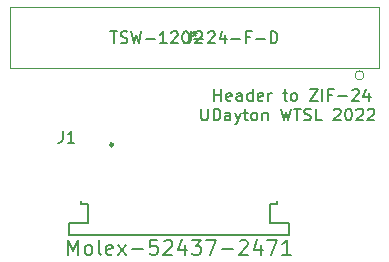
<source format=gbr>
%TF.GenerationSoftware,KiCad,Pcbnew,(5.1.12)-1*%
%TF.CreationDate,2022-06-15T15:33:43-04:00*%
%TF.ProjectId,Header_to_ZIF,48656164-6572-45f7-946f-5f5a49462e6b,rev?*%
%TF.SameCoordinates,Original*%
%TF.FileFunction,Legend,Top*%
%TF.FilePolarity,Positive*%
%FSLAX46Y46*%
G04 Gerber Fmt 4.6, Leading zero omitted, Abs format (unit mm)*
G04 Created by KiCad (PCBNEW (5.1.12)-1) date 2022-06-15 15:33:43*
%MOMM*%
%LPD*%
G01*
G04 APERTURE LIST*
%ADD10C,0.150000*%
%ADD11C,0.249999*%
%ADD12C,0.120000*%
G04 APERTURE END LIST*
D10*
X123603571Y-114562380D02*
X123603571Y-113562380D01*
X123603571Y-114038571D02*
X124175000Y-114038571D01*
X124175000Y-114562380D02*
X124175000Y-113562380D01*
X125032142Y-114514761D02*
X124936904Y-114562380D01*
X124746428Y-114562380D01*
X124651190Y-114514761D01*
X124603571Y-114419523D01*
X124603571Y-114038571D01*
X124651190Y-113943333D01*
X124746428Y-113895714D01*
X124936904Y-113895714D01*
X125032142Y-113943333D01*
X125079761Y-114038571D01*
X125079761Y-114133809D01*
X124603571Y-114229047D01*
X125936904Y-114562380D02*
X125936904Y-114038571D01*
X125889285Y-113943333D01*
X125794047Y-113895714D01*
X125603571Y-113895714D01*
X125508333Y-113943333D01*
X125936904Y-114514761D02*
X125841666Y-114562380D01*
X125603571Y-114562380D01*
X125508333Y-114514761D01*
X125460714Y-114419523D01*
X125460714Y-114324285D01*
X125508333Y-114229047D01*
X125603571Y-114181428D01*
X125841666Y-114181428D01*
X125936904Y-114133809D01*
X126841666Y-114562380D02*
X126841666Y-113562380D01*
X126841666Y-114514761D02*
X126746428Y-114562380D01*
X126555952Y-114562380D01*
X126460714Y-114514761D01*
X126413095Y-114467142D01*
X126365476Y-114371904D01*
X126365476Y-114086190D01*
X126413095Y-113990952D01*
X126460714Y-113943333D01*
X126555952Y-113895714D01*
X126746428Y-113895714D01*
X126841666Y-113943333D01*
X127698809Y-114514761D02*
X127603571Y-114562380D01*
X127413095Y-114562380D01*
X127317857Y-114514761D01*
X127270238Y-114419523D01*
X127270238Y-114038571D01*
X127317857Y-113943333D01*
X127413095Y-113895714D01*
X127603571Y-113895714D01*
X127698809Y-113943333D01*
X127746428Y-114038571D01*
X127746428Y-114133809D01*
X127270238Y-114229047D01*
X128175000Y-114562380D02*
X128175000Y-113895714D01*
X128175000Y-114086190D02*
X128222619Y-113990952D01*
X128270238Y-113943333D01*
X128365476Y-113895714D01*
X128460714Y-113895714D01*
X129413095Y-113895714D02*
X129794047Y-113895714D01*
X129555952Y-113562380D02*
X129555952Y-114419523D01*
X129603571Y-114514761D01*
X129698809Y-114562380D01*
X129794047Y-114562380D01*
X130270238Y-114562380D02*
X130175000Y-114514761D01*
X130127380Y-114467142D01*
X130079761Y-114371904D01*
X130079761Y-114086190D01*
X130127380Y-113990952D01*
X130175000Y-113943333D01*
X130270238Y-113895714D01*
X130413095Y-113895714D01*
X130508333Y-113943333D01*
X130555952Y-113990952D01*
X130603571Y-114086190D01*
X130603571Y-114371904D01*
X130555952Y-114467142D01*
X130508333Y-114514761D01*
X130413095Y-114562380D01*
X130270238Y-114562380D01*
X131698809Y-113562380D02*
X132365476Y-113562380D01*
X131698809Y-114562380D01*
X132365476Y-114562380D01*
X132746428Y-114562380D02*
X132746428Y-113562380D01*
X133555952Y-114038571D02*
X133222619Y-114038571D01*
X133222619Y-114562380D02*
X133222619Y-113562380D01*
X133698809Y-113562380D01*
X134079761Y-114181428D02*
X134841666Y-114181428D01*
X135270238Y-113657619D02*
X135317857Y-113610000D01*
X135413095Y-113562380D01*
X135651190Y-113562380D01*
X135746428Y-113610000D01*
X135794047Y-113657619D01*
X135841666Y-113752857D01*
X135841666Y-113848095D01*
X135794047Y-113990952D01*
X135222619Y-114562380D01*
X135841666Y-114562380D01*
X136698809Y-113895714D02*
X136698809Y-114562380D01*
X136460714Y-113514761D02*
X136222619Y-114229047D01*
X136841666Y-114229047D01*
X122484523Y-115212380D02*
X122484523Y-116021904D01*
X122532142Y-116117142D01*
X122579761Y-116164761D01*
X122675000Y-116212380D01*
X122865476Y-116212380D01*
X122960714Y-116164761D01*
X123008333Y-116117142D01*
X123055952Y-116021904D01*
X123055952Y-115212380D01*
X123532142Y-116212380D02*
X123532142Y-115212380D01*
X123770238Y-115212380D01*
X123913095Y-115260000D01*
X124008333Y-115355238D01*
X124055952Y-115450476D01*
X124103571Y-115640952D01*
X124103571Y-115783809D01*
X124055952Y-115974285D01*
X124008333Y-116069523D01*
X123913095Y-116164761D01*
X123770238Y-116212380D01*
X123532142Y-116212380D01*
X124960714Y-116212380D02*
X124960714Y-115688571D01*
X124913095Y-115593333D01*
X124817857Y-115545714D01*
X124627380Y-115545714D01*
X124532142Y-115593333D01*
X124960714Y-116164761D02*
X124865476Y-116212380D01*
X124627380Y-116212380D01*
X124532142Y-116164761D01*
X124484523Y-116069523D01*
X124484523Y-115974285D01*
X124532142Y-115879047D01*
X124627380Y-115831428D01*
X124865476Y-115831428D01*
X124960714Y-115783809D01*
X125341666Y-115545714D02*
X125579761Y-116212380D01*
X125817857Y-115545714D02*
X125579761Y-116212380D01*
X125484523Y-116450476D01*
X125436904Y-116498095D01*
X125341666Y-116545714D01*
X126055952Y-115545714D02*
X126436904Y-115545714D01*
X126198809Y-115212380D02*
X126198809Y-116069523D01*
X126246428Y-116164761D01*
X126341666Y-116212380D01*
X126436904Y-116212380D01*
X126913095Y-116212380D02*
X126817857Y-116164761D01*
X126770238Y-116117142D01*
X126722619Y-116021904D01*
X126722619Y-115736190D01*
X126770238Y-115640952D01*
X126817857Y-115593333D01*
X126913095Y-115545714D01*
X127055952Y-115545714D01*
X127151190Y-115593333D01*
X127198809Y-115640952D01*
X127246428Y-115736190D01*
X127246428Y-116021904D01*
X127198809Y-116117142D01*
X127151190Y-116164761D01*
X127055952Y-116212380D01*
X126913095Y-116212380D01*
X127675000Y-115545714D02*
X127675000Y-116212380D01*
X127675000Y-115640952D02*
X127722619Y-115593333D01*
X127817857Y-115545714D01*
X127960714Y-115545714D01*
X128055952Y-115593333D01*
X128103571Y-115688571D01*
X128103571Y-116212380D01*
X129246428Y-115212380D02*
X129484523Y-116212380D01*
X129675000Y-115498095D01*
X129865476Y-116212380D01*
X130103571Y-115212380D01*
X130341666Y-115212380D02*
X130913095Y-115212380D01*
X130627380Y-116212380D02*
X130627380Y-115212380D01*
X131198809Y-116164761D02*
X131341666Y-116212380D01*
X131579761Y-116212380D01*
X131675000Y-116164761D01*
X131722619Y-116117142D01*
X131770238Y-116021904D01*
X131770238Y-115926666D01*
X131722619Y-115831428D01*
X131675000Y-115783809D01*
X131579761Y-115736190D01*
X131389285Y-115688571D01*
X131294047Y-115640952D01*
X131246428Y-115593333D01*
X131198809Y-115498095D01*
X131198809Y-115402857D01*
X131246428Y-115307619D01*
X131294047Y-115260000D01*
X131389285Y-115212380D01*
X131627380Y-115212380D01*
X131770238Y-115260000D01*
X132675000Y-116212380D02*
X132198809Y-116212380D01*
X132198809Y-115212380D01*
X133722619Y-115307619D02*
X133770238Y-115260000D01*
X133865476Y-115212380D01*
X134103571Y-115212380D01*
X134198809Y-115260000D01*
X134246428Y-115307619D01*
X134294047Y-115402857D01*
X134294047Y-115498095D01*
X134246428Y-115640952D01*
X133675000Y-116212380D01*
X134294047Y-116212380D01*
X134913095Y-115212380D02*
X135008333Y-115212380D01*
X135103571Y-115260000D01*
X135151190Y-115307619D01*
X135198809Y-115402857D01*
X135246428Y-115593333D01*
X135246428Y-115831428D01*
X135198809Y-116021904D01*
X135151190Y-116117142D01*
X135103571Y-116164761D01*
X135008333Y-116212380D01*
X134913095Y-116212380D01*
X134817857Y-116164761D01*
X134770238Y-116117142D01*
X134722619Y-116021904D01*
X134675000Y-115831428D01*
X134675000Y-115593333D01*
X134722619Y-115402857D01*
X134770238Y-115307619D01*
X134817857Y-115260000D01*
X134913095Y-115212380D01*
X135627380Y-115307619D02*
X135675000Y-115260000D01*
X135770238Y-115212380D01*
X136008333Y-115212380D01*
X136103571Y-115260000D01*
X136151190Y-115307619D01*
X136198809Y-115402857D01*
X136198809Y-115498095D01*
X136151190Y-115640952D01*
X135579761Y-116212380D01*
X136198809Y-116212380D01*
X136579761Y-115307619D02*
X136627380Y-115260000D01*
X136722619Y-115212380D01*
X136960714Y-115212380D01*
X137055952Y-115260000D01*
X137103571Y-115307619D01*
X137151190Y-115402857D01*
X137151190Y-115498095D01*
X137103571Y-115640952D01*
X136532142Y-116212380D01*
X137151190Y-116212380D01*
%TO.C,J1*%
X128304733Y-124920002D02*
X128304733Y-123320262D01*
X128304733Y-124920002D02*
X129924958Y-124920002D01*
X129924958Y-124920002D02*
X129924976Y-124920020D01*
X129924976Y-125920020D02*
X129924976Y-124920020D01*
X111325018Y-125920020D02*
X129924976Y-125920020D01*
X111325018Y-125920020D02*
X111325018Y-124919951D01*
X111325018Y-124919951D02*
X111325176Y-124919794D01*
X111325176Y-124919794D02*
X112944497Y-124919794D01*
X112944497Y-124919794D02*
X112944497Y-123320259D01*
X112324247Y-123320259D02*
X112944497Y-123320259D01*
X112324247Y-123320259D02*
X112324247Y-123070003D01*
X128924996Y-123320259D02*
X128924996Y-123070003D01*
X128304730Y-123320259D02*
X128924996Y-123320259D01*
D11*
X114999999Y-118270002D02*
G75*
G03*
X114999999Y-118270002I-125001J0D01*
G01*
D12*
%TO.C,J2*%
X106299000Y-111810800D02*
X137541000Y-111810800D01*
X137541000Y-111810800D02*
X137541000Y-106603800D01*
X137541000Y-106603800D02*
X106299000Y-106603800D01*
X106299000Y-106603800D02*
X106299000Y-111810800D01*
X136271000Y-112395000D02*
G75*
G03*
X136271000Y-112395000I-381000J0D01*
G01*
%TO.C,J1*%
D10*
X110746310Y-117097381D02*
X110746310Y-117811667D01*
X110698691Y-117954524D01*
X110603453Y-118049762D01*
X110460596Y-118097381D01*
X110365358Y-118097381D01*
X111746310Y-118097381D02*
X111174881Y-118097381D01*
X111460596Y-118097381D02*
X111460596Y-117097381D01*
X111365358Y-117240239D01*
X111270120Y-117335477D01*
X111174881Y-117383096D01*
X111221198Y-127594527D02*
X111221198Y-126324527D01*
X111644531Y-127231670D01*
X112067865Y-126324527D01*
X112067865Y-127594527D01*
X112854055Y-127594527D02*
X112733103Y-127534051D01*
X112672626Y-127473575D01*
X112612150Y-127352623D01*
X112612150Y-126989765D01*
X112672626Y-126868813D01*
X112733103Y-126808337D01*
X112854055Y-126747861D01*
X113035484Y-126747861D01*
X113156436Y-126808337D01*
X113216912Y-126868813D01*
X113277388Y-126989765D01*
X113277388Y-127352623D01*
X113216912Y-127473575D01*
X113156436Y-127534051D01*
X113035484Y-127594527D01*
X112854055Y-127594527D01*
X114003103Y-127594527D02*
X113882150Y-127534051D01*
X113821674Y-127413099D01*
X113821674Y-126324527D01*
X114970722Y-127534051D02*
X114849769Y-127594527D01*
X114607865Y-127594527D01*
X114486912Y-127534051D01*
X114426436Y-127413099D01*
X114426436Y-126929289D01*
X114486912Y-126808337D01*
X114607865Y-126747861D01*
X114849769Y-126747861D01*
X114970722Y-126808337D01*
X115031198Y-126929289D01*
X115031198Y-127050242D01*
X114426436Y-127171194D01*
X115454531Y-127594527D02*
X116119769Y-126747861D01*
X115454531Y-126747861D02*
X116119769Y-127594527D01*
X116603579Y-127110718D02*
X117571198Y-127110718D01*
X118780722Y-126324527D02*
X118175960Y-126324527D01*
X118115484Y-126929289D01*
X118175960Y-126868813D01*
X118296912Y-126808337D01*
X118599293Y-126808337D01*
X118720246Y-126868813D01*
X118780722Y-126929289D01*
X118841198Y-127050242D01*
X118841198Y-127352623D01*
X118780722Y-127473575D01*
X118720246Y-127534051D01*
X118599293Y-127594527D01*
X118296912Y-127594527D01*
X118175960Y-127534051D01*
X118115484Y-127473575D01*
X119325007Y-126445480D02*
X119385484Y-126385004D01*
X119506436Y-126324527D01*
X119808817Y-126324527D01*
X119929769Y-126385004D01*
X119990246Y-126445480D01*
X120050722Y-126566432D01*
X120050722Y-126687384D01*
X119990246Y-126868813D01*
X119264531Y-127594527D01*
X120050722Y-127594527D01*
X121139293Y-126747861D02*
X121139293Y-127594527D01*
X120836912Y-126264051D02*
X120534531Y-127171194D01*
X121320722Y-127171194D01*
X121683579Y-126324527D02*
X122469769Y-126324527D01*
X122046436Y-126808337D01*
X122227865Y-126808337D01*
X122348817Y-126868813D01*
X122409293Y-126929289D01*
X122469769Y-127050242D01*
X122469769Y-127352623D01*
X122409293Y-127473575D01*
X122348817Y-127534051D01*
X122227865Y-127594527D01*
X121865007Y-127594527D01*
X121744055Y-127534051D01*
X121683579Y-127473575D01*
X122893103Y-126324527D02*
X123739769Y-126324527D01*
X123195484Y-127594527D01*
X124223579Y-127110718D02*
X125191198Y-127110718D01*
X125735484Y-126445480D02*
X125795960Y-126385004D01*
X125916912Y-126324527D01*
X126219293Y-126324527D01*
X126340246Y-126385004D01*
X126400722Y-126445480D01*
X126461198Y-126566432D01*
X126461198Y-126687384D01*
X126400722Y-126868813D01*
X125675007Y-127594527D01*
X126461198Y-127594527D01*
X127549769Y-126747861D02*
X127549769Y-127594527D01*
X127247388Y-126264051D02*
X126945007Y-127171194D01*
X127731198Y-127171194D01*
X128094055Y-126324527D02*
X128940722Y-126324527D01*
X128396436Y-127594527D01*
X130089769Y-127594527D02*
X129364055Y-127594527D01*
X129726912Y-127594527D02*
X129726912Y-126324527D01*
X129605960Y-126505956D01*
X129485007Y-126626908D01*
X129364055Y-126687384D01*
%TO.C,J2*%
X121586666Y-108672380D02*
X121586666Y-109386666D01*
X121539047Y-109529523D01*
X121443809Y-109624761D01*
X121300952Y-109672380D01*
X121205714Y-109672380D01*
X122015238Y-108767619D02*
X122062857Y-108720000D01*
X122158095Y-108672380D01*
X122396190Y-108672380D01*
X122491428Y-108720000D01*
X122539047Y-108767619D01*
X122586666Y-108862857D01*
X122586666Y-108958095D01*
X122539047Y-109100952D01*
X121967619Y-109672380D01*
X122586666Y-109672380D01*
X114800952Y-108672380D02*
X115372380Y-108672380D01*
X115086666Y-109672380D02*
X115086666Y-108672380D01*
X115658095Y-109624761D02*
X115800952Y-109672380D01*
X116039047Y-109672380D01*
X116134285Y-109624761D01*
X116181904Y-109577142D01*
X116229523Y-109481904D01*
X116229523Y-109386666D01*
X116181904Y-109291428D01*
X116134285Y-109243809D01*
X116039047Y-109196190D01*
X115848571Y-109148571D01*
X115753333Y-109100952D01*
X115705714Y-109053333D01*
X115658095Y-108958095D01*
X115658095Y-108862857D01*
X115705714Y-108767619D01*
X115753333Y-108720000D01*
X115848571Y-108672380D01*
X116086666Y-108672380D01*
X116229523Y-108720000D01*
X116562857Y-108672380D02*
X116800952Y-109672380D01*
X116991428Y-108958095D01*
X117181904Y-109672380D01*
X117420000Y-108672380D01*
X117800952Y-109291428D02*
X118562857Y-109291428D01*
X119562857Y-109672380D02*
X118991428Y-109672380D01*
X119277142Y-109672380D02*
X119277142Y-108672380D01*
X119181904Y-108815238D01*
X119086666Y-108910476D01*
X118991428Y-108958095D01*
X119943809Y-108767619D02*
X119991428Y-108720000D01*
X120086666Y-108672380D01*
X120324761Y-108672380D01*
X120420000Y-108720000D01*
X120467619Y-108767619D01*
X120515238Y-108862857D01*
X120515238Y-108958095D01*
X120467619Y-109100952D01*
X119896190Y-109672380D01*
X120515238Y-109672380D01*
X121134285Y-108672380D02*
X121229523Y-108672380D01*
X121324761Y-108720000D01*
X121372380Y-108767619D01*
X121420000Y-108862857D01*
X121467619Y-109053333D01*
X121467619Y-109291428D01*
X121420000Y-109481904D01*
X121372380Y-109577142D01*
X121324761Y-109624761D01*
X121229523Y-109672380D01*
X121134285Y-109672380D01*
X121039047Y-109624761D01*
X120991428Y-109577142D01*
X120943809Y-109481904D01*
X120896190Y-109291428D01*
X120896190Y-109053333D01*
X120943809Y-108862857D01*
X120991428Y-108767619D01*
X121039047Y-108720000D01*
X121134285Y-108672380D01*
X121896190Y-109291428D02*
X122658095Y-109291428D01*
X123086666Y-108767619D02*
X123134285Y-108720000D01*
X123229523Y-108672380D01*
X123467619Y-108672380D01*
X123562857Y-108720000D01*
X123610476Y-108767619D01*
X123658095Y-108862857D01*
X123658095Y-108958095D01*
X123610476Y-109100952D01*
X123039047Y-109672380D01*
X123658095Y-109672380D01*
X124515238Y-109005714D02*
X124515238Y-109672380D01*
X124277142Y-108624761D02*
X124039047Y-109339047D01*
X124658095Y-109339047D01*
X125039047Y-109291428D02*
X125800952Y-109291428D01*
X126610476Y-109148571D02*
X126277142Y-109148571D01*
X126277142Y-109672380D02*
X126277142Y-108672380D01*
X126753333Y-108672380D01*
X127134285Y-109291428D02*
X127896190Y-109291428D01*
X128372380Y-109672380D02*
X128372380Y-108672380D01*
X128610476Y-108672380D01*
X128753333Y-108720000D01*
X128848571Y-108815238D01*
X128896190Y-108910476D01*
X128943809Y-109100952D01*
X128943809Y-109243809D01*
X128896190Y-109434285D01*
X128848571Y-109529523D01*
X128753333Y-109624761D01*
X128610476Y-109672380D01*
X128372380Y-109672380D01*
X121920000Y-108672380D02*
X121920000Y-108910476D01*
X121681904Y-108815238D02*
X121920000Y-108910476D01*
X122158095Y-108815238D01*
X121777142Y-109100952D02*
X121920000Y-108910476D01*
X122062857Y-109100952D01*
%TD*%
M02*

</source>
